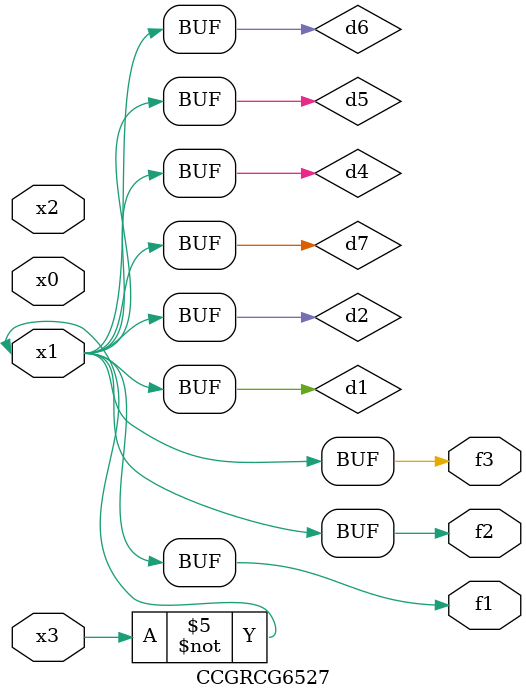
<source format=v>
module CCGRCG6527(
	input x0, x1, x2, x3,
	output f1, f2, f3
);

	wire d1, d2, d3, d4, d5, d6, d7;

	not (d1, x3);
	buf (d2, x1);
	xnor (d3, d1, d2);
	nor (d4, d1);
	buf (d5, d1, d2);
	buf (d6, d4, d5);
	nand (d7, d4);
	assign f1 = d6;
	assign f2 = d7;
	assign f3 = d6;
endmodule

</source>
